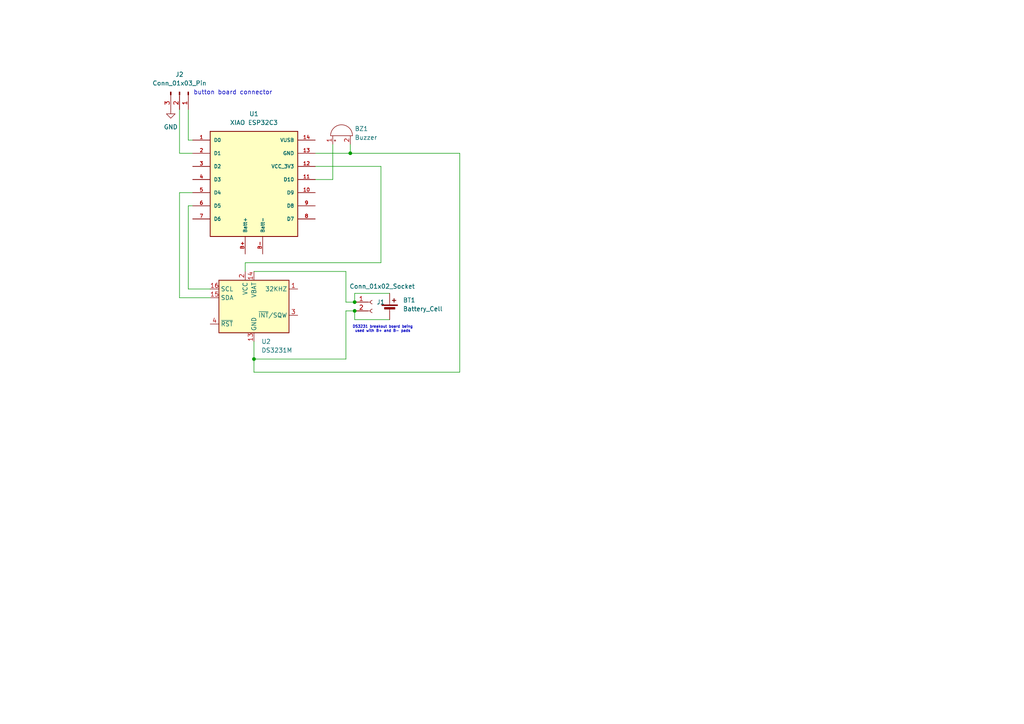
<source format=kicad_sch>
(kicad_sch (version 20250114) (generator "eeschema") (generator_version "9.0")
  (paper "A4")
  (lib_symbols
    (symbol "Connector:Conn_01x02_Socket" (pin_names (offset 1.016) (hide yes))
      (property "Reference" "J" (at 0 2.54 0))
      (property "Value" "Conn_01x02_Socket" (at 0 -5.08 0))
      (symbol "Conn_01x02_Socket_1_1"
        (polyline (pts (xy -1.27 0) (xy -0.508 0)) (stroke (width 0.1524)))
        (polyline (pts (xy -1.27 -2.54) (xy -0.508 -2.54)) (stroke (width 0.1524)))
        (arc (start 0 -0.508) (mid -0.5058 0) (end 0 0.508) (stroke (width 0.1524)))
        (arc (start 0 -3.048) (mid -0.5058 -2.54) (end 0 -2.032) (stroke (width 0.1524)))
        (pin passive line (at -5.08 0 0) (length 3.81) (name "Pin_1") (number "1"))
        (pin passive line (at -5.08 -2.54 0) (length 3.81) (name "Pin_2") (number "2"))
      )
    )
    (symbol "Connector:Conn_01x03_Pin" (pin_names (offset 1.016) (hide yes))
      (property "Reference" "J" (at 0 5.08 0))
      (property "Value" "Conn_01x03_Pin" (at 0 -5.08 0))
      (symbol "Conn_01x03_Pin_1_1"
        (rectangle (start 0.8636 2.667) (end 0 2.413) (stroke (width 0.1524)) (fill (type outline)))
        (rectangle (start 0.8636 0.127) (end 0 -0.127) (stroke (width 0.1524)) (fill (type outline)))
        (rectangle (start 0.8636 -2.413) (end 0 -2.667) (stroke (width 0.1524)) (fill (type outline)))
        (polyline (pts (xy 1.27 2.54) (xy 0.8636 2.54)) (stroke (width 0.1524)))
        (polyline (pts (xy 1.27 0) (xy 0.8636 0)) (stroke (width 0.1524)))
        (polyline (pts (xy 1.27 -2.54) (xy 0.8636 -2.54)) (stroke (width 0.1524)))
        (pin passive line (at 5.08 2.54 180) (length 3.81) (name "Pin_1") (number "1"))
        (pin passive line (at 5.08 0 180) (length 3.81) (name "Pin_2") (number "2"))
        (pin passive line (at 5.08 -2.54 180) (length 3.81) (name "Pin_3") (number "3"))
      )
    )
    (symbol "Device:Battery_Cell" (pin_numbers (hide yes)) (pin_names (offset 0) (hide yes))
      (property "Reference" "BT" (at 2.54 2.54 0))
      (property "Value" "Battery_Cell" (at 2.54 0 0))
      (symbol "Battery_Cell_0_1"
        (rectangle (start -2.286 1.778) (end 2.286 1.524) (fill (type outline)))
        (rectangle (start -1.524 1.016) (end 1.524 0.508) (fill (type outline)))
        (polyline (pts (xy 0 1.778) (xy 0 2.54)))
        (polyline (pts (xy 0 0.762) (xy 0 0)))
        (polyline (pts (xy 0.762 3.048) (xy 1.778 3.048)) (stroke (width 0.254)))
        (polyline (pts (xy 1.27 3.556) (xy 1.27 2.54)) (stroke (width 0.254)))
      )
      (symbol "Battery_Cell_1_1"
        (pin passive line (at 0 5.08 270) (length 2.54) (name "+") (number "1"))
        (pin passive line (at 0 -2.54 90) (length 2.54) (name "-") (number "2"))
      )
    )
    (symbol "Device:Buzzer" (pin_names (offset 0.0254) (hide yes))
      (property "Reference" "BZ" (at 3.81 1.27 0))
      (property "Value" "Buzzer" (at 3.81 -1.27 0))
      (symbol "Buzzer_0_1"
        (polyline (pts (xy -1.651 1.905) (xy -1.143 1.905)))
        (polyline (pts (xy -1.397 2.159) (xy -1.397 1.651)))
        (arc (start 0 3.175) (mid 3.1612 0) (end 0 -3.175))
        (polyline (pts (xy 0 3.175) (xy 0 -3.175)))
      )
      (symbol "Buzzer_1_1"
        (pin passive line (at -2.54 2.54 0) (length 2.54) (name "+") (number "1"))
        (pin passive line (at -2.54 -2.54 0) (length 2.54) (name "-") (number "2"))
      )
    )
    (symbol "Timer_RTC:DS3231M"
      (property "Reference" "U" (at -7.62 8.89 0))
      (property "Value" "DS3231M" (at 10.16 8.89 0))
      (symbol "DS3231M_0_1"
        (rectangle (start -10.16 7.62) (end 10.16 -7.62) (stroke (width 0.254)) (fill (type background)))
      )
      (symbol "DS3231M_1_1"
        (pin input line (at -12.7 5.08 0) (length 2.54) (name "SCL") (number "16"))
        (pin bidirectional line (at -12.7 2.54 0) (length 2.54) (name "SDA") (number "15"))
        (pin bidirectional line (at -12.7 -5.08 0) (length 2.54) (name "~{RST}") (number "4"))
        (pin power_in line (at -2.54 10.16 270) (length 2.54) (name "VCC") (number "2"))
        (pin power_in line (at 0 10.16 270) (length 2.54) (name "VBAT") (number "14"))
        (pin passive line (at 0 -10.16 90) (length 2.54) (hide yes) (name "GND") (number "10"))
        (pin passive line (at 0 -10.16 90) (length 2.54) (hide yes) (name "GND") (number "11"))
        (pin passive line (at 0 -10.16 90) (length 2.54) (hide yes) (name "GND") (number "12"))
        (pin power_in line (at 0 -10.16 90) (length 2.54) (name "GND") (number "13"))
        (pin passive line (at 0 -10.16 90) (length 2.54) (hide yes) (name "GND") (number "5"))
        (pin passive line (at 0 -10.16 90) (length 2.54) (hide yes) (name "GND") (number "6"))
        (pin passive line (at 0 -10.16 90) (length 2.54) (hide yes) (name "GND") (number "7"))
        (pin passive line (at 0 -10.16 90) (length 2.54) (hide yes) (name "GND") (number "8"))
        (pin passive line (at 0 -10.16 90) (length 2.54) (hide yes) (name "GND") (number "9"))
        (pin open_collector line (at 12.7 5.08 180) (length 2.54) (name "32KHZ") (number "1"))
        (pin open_collector line (at 12.7 -2.54 180) (length 2.54) (name "~{INT}/SQW") (number "3"))
      )
    )
    (symbol "power:GND" (power) (pin_numbers (hide yes)) (pin_names (offset 0) (hide yes))
      (property "Value" "GND" (at 0 -3.81 0))
      (symbol "GND_0_1"
        (polyline (pts (xy 0 0) (xy 0 -1.27) (xy 1.27 -1.27) (xy 0 -2.54) (xy -1.27 -1.27) (xy 0 -1.27)))
      )
      (symbol "GND_1_1"
        (pin power_in line (at 0 0 270) (length 0) (name "~") (number "1"))
      )
    )
    (symbol "xiao_esp32c3:XIAO ESP32C3" (pin_names (offset 1.016))
      (property "Reference" "U" (at -12.7 16.002 0))
      (property "Value" "XIAO ESP32C3" (at 7.62 -19.05 0))
      (symbol "XIAO ESP32C3_0_0"
        (rectangle (start -12.7 15.24) (end 12.7 -15.24) (stroke (width 0.254)) (fill (type background)))
        (pin bidirectional line (at -17.78 12.7 0) (length 5.08) (name "D0") (number "1"))
        (pin bidirectional line (at -17.78 8.89 0) (length 5.08) (name "D1") (number "2"))
        (pin bidirectional line (at -17.78 5.08 0) (length 5.08) (name "D2") (number "3"))
        (pin bidirectional line (at -17.78 1.27 0) (length 5.08) (name "D3") (number "4"))
        (pin bidirectional line (at -17.78 -2.54 0) (length 5.08) (name "D4") (number "5"))
        (pin bidirectional line (at -17.78 -6.35 0) (length 5.08) (name "D5") (number "6"))
        (pin power_in line (at 17.78 12.7 180) (length 5.08) (name "VUSB") (number "14"))
        (pin power_in line (at 17.78 8.89 180) (length 5.08) (name "GND") (number "13"))
        (pin power_in line (at 17.78 5.08 180) (length 5.08) (name "VCC_3V3") (number "12"))
        (pin bidirectional line (at 17.78 1.27 180) (length 5.08) (name "D10") (number "11"))
        (pin bidirectional line (at 17.78 -2.54 180) (length 5.08) (name "D9") (number "10"))
        (pin bidirectional line (at 17.78 -6.35 180) (length 5.08) (name "D8") (number "9"))
      )
      (symbol "XIAO ESP32C3_1_0"
        (pin bidirectional line (at -17.78 -10.16 0) (length 5.08) (name "D6") (number "7"))
        (pin power_in line (at -2.54 -20.32 90) (length 5.08) (name "Batt+") (number "B+"))
        (pin power_in line (at 2.54 -20.32 90) (length 5.08) (name "Batt-") (number "B-"))
        (pin bidirectional line (at 17.78 -10.16 180) (length 5.08) (name "D7") (number "8"))
      )
    )
  )
  (text "button board connector" (at 67.564 26.924 0) (effects (font (size 1.27 1.27))))
  (text "DS3231 breakout board being\nused with B+ and B- pads" (at 110.998 95.504 0) (effects (font (size 0.762 0.762))))
  (junction (at 102.87 90.17))
  (junction (at 101.6 44.45))
  (junction (at 73.66 104.14))
  (junction (at 102.87 87.63))
  (wire (pts (xy 110.49 76.2) (xy 110.49 48.26)))
  (wire (pts (xy 54.61 59.69) (xy 55.88 59.69)))
  (wire (pts (xy 100.33 104.14) (xy 73.66 104.14)))
  (wire (pts (xy 110.49 48.26) (xy 91.44 48.26)))
  (wire (pts (xy 100.33 78.74) (xy 100.33 87.63)))
  (wire (pts (xy 102.87 92.71) (xy 113.03 92.71)))
  (wire (pts (xy 71.12 76.2) (xy 110.49 76.2)))
  (wire (pts (xy 52.07 44.45) (xy 52.07 31.75)))
  (wire (pts (xy 54.61 83.82) (xy 60.96 83.82)))
  (wire (pts (xy 54.61 59.69) (xy 54.61 83.82)))
  (wire (pts (xy 133.35 107.95) (xy 73.66 107.95)))
  (wire (pts (xy 91.44 44.45) (xy 101.6 44.45)))
  (wire (pts (xy 52.07 55.88) (xy 55.88 55.88)))
  (wire (pts (xy 52.07 55.88) (xy 52.07 86.36)))
  (wire (pts (xy 102.87 90.17) (xy 102.87 92.71)))
  (wire (pts (xy 102.87 87.63) (xy 102.87 85.09)))
  (wire (pts (xy 55.88 44.45) (xy 52.07 44.45)))
  (wire (pts (xy 96.52 52.07) (xy 91.44 52.07)))
  (wire (pts (xy 73.66 104.14) (xy 73.66 107.95)))
  (wire (pts (xy 101.6 41.91) (xy 101.6 44.45)))
  (wire (pts (xy 73.66 78.74) (xy 100.33 78.74)))
  (wire (pts (xy 100.33 90.17) (xy 102.87 90.17)))
  (wire (pts (xy 55.88 40.64) (xy 54.61 40.64)))
  (wire (pts (xy 100.33 90.17) (xy 100.33 104.14)))
  (wire (pts (xy 133.35 44.45) (xy 133.35 107.95)))
  (wire (pts (xy 100.33 87.63) (xy 102.87 87.63)))
  (wire (pts (xy 102.87 85.09) (xy 113.03 85.09)))
  (wire (pts (xy 101.6 44.45) (xy 133.35 44.45)))
  (wire (pts (xy 71.12 78.74) (xy 71.12 76.2)))
  (wire (pts (xy 54.61 31.75) (xy 54.61 40.64)))
  (wire (pts (xy 96.52 41.91) (xy 96.52 52.07)))
  (wire (pts (xy 73.66 99.06) (xy 73.66 104.14)))
  (wire (pts (xy 52.07 86.36) (xy 60.96 86.36)))
  (symbol (lib_id "Connector:Conn_01x02_Socket") (at 107.95 87.63 0) (unit 1)
    (property "Reference" "J1" (at 109.22 87.6299 0) (effects (justify left)))
    (property "Value" "Conn_01x02_Socket" (at 101.346 83.058 0) (effects (justify left)))
    (property "Description" "Generic connector, single row, 01x02, script generated" (effects (hide yes)))
  )
  (symbol (lib_id "power:GND") (at 49.53 31.75 0) (unit 1)
    (property "Reference" "#PWR01" (effects (hide yes)))
    (property "Value" "GND" (at 49.53 36.83 0))
    (property "Description" "Power symbol creates a global label with name \"GND\" , ground" (effects (hide yes)))
  )
  (symbol (lib_id "Timer_RTC:DS3231M") (at 73.66 88.9 0) (unit 1)
    (property "Reference" "U2" (at 75.8033 99.06 0) (effects (justify left)))
    (property "Value" "DS3231M" (at 75.8033 101.6 0) (effects (justify left)))
    (property "Footprint" "Connector_PinSocket_2.54mm:PinSocket_1x04_P2.54mm_Vertical" (effects (hide yes)))
    (property "Datasheet" "http://datasheets.maximintegrated.com/en/ds/DS3231.pdf" (effects (hide yes)))
    (property "Description" "Extremely Accurate I2C-Integrated RTC/TCXO/Crystal SOIC-16" (effects (hide yes)))
  )
  (symbol (lib_id "Device:Buzzer") (at 99.06 39.37 90) (unit 1)
    (property "Reference" "BZ1" (at 102.87 37.3448 90) (effects (justify right)))
    (property "Value" "Buzzer" (at 102.87 39.8848 90) (effects (justify right)))
    (property "Footprint" "Buzzer_Beeper:Buzzer_12x9.5RM7.6" (effects (hide yes)))
    (property "Description" "Buzzer, polarized" (effects (hide yes)))
  )
  (symbol (lib_id "Device:Battery_Cell") (at 113.03 90.17 0) (unit 1)
    (property "Reference" "BT1" (at 116.84 87.0584 0) (effects (justify left)))
    (property "Value" "Battery_Cell" (at 116.84 89.5984 0) (effects (justify left)))
    (property "Footprint" "Battery:BatteryHolder_Keystone_3034_1x20mm" (effects (hide yes)))
    (property "Description" "Single-cell battery" (effects (hide yes)))
  )
  (symbol (lib_id "xiao_esp32c3:XIAO ESP32C3") (at 73.66 53.34 0) (unit 1)
    (property "Reference" "U1" (at 73.66 33.02 0))
    (property "Value" "XIAO ESP32C3" (at 73.66 35.56 0))
    (property "Footprint" "XIAO_ESP32C3:xiao_esp32c3" (effects (hide yes)))
    (property "Datasheet" "https://files.seeedstudio.com/wiki/Seeed-Studio-XIAO-ESP32/esp32-c3_datasheet.pdf" (effects (hide yes)))
    (property "Description" "ESP32C3 Transceiver Evaluation Board" (effects (hide yes)))
    (property "MANUFACTURER" "Seeed Technology" (effects (hide yes)))
  )
  (symbol (lib_id "Connector:Conn_01x03_Pin") (at 52.07 26.67 270) (unit 1)
    (property "Reference" "J2" (at 52.07 21.59 90))
    (property "Value" "Conn_01x03_Pin" (at 52.07 24.13 90))
    (property "Footprint" "Connector_PinSocket_2.54mm:PinSocket_1x03_P2.54mm_Horizontal" (effects (hide yes)))
    (property "Description" "Generic connector, single row, 01x03, script generated" (effects (hide yes)))
  )
)
</source>
